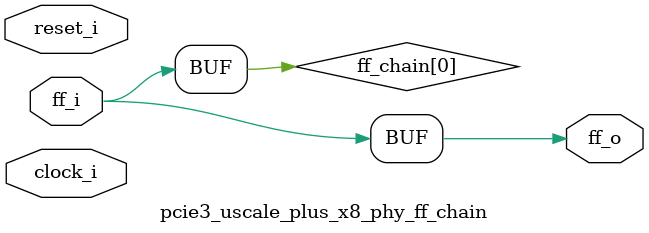
<source format=v>
/*****************************************************************************
** Description:
**    Flop Chain
**
******************************************************************************/

`timescale 1ps/1ps

`define AS_PHYREG(clk, reset, q, d, rstval)  \
   always @(posedge clk or posedge reset) begin \
      if (reset) \
         q  <= #(TCQ)   rstval;  \
      else  \
         q  <= #(TCQ)   d; \
   end

`define PHYREG(clk, reset, q, d, rstval)  \
   always @(posedge clk) begin \
      if (reset) \
         q  <= #(TCQ)   rstval;  \
      else  \
         q  <= #(TCQ)   d; \
   end

(* DowngradeIPIdentifiedWarnings = "yes" *)
module pcie3_uscale_plus_x8_phy_ff_chain #(
   // Parameters
   parameter integer PIPELINE_STAGES   = 0,        // 0 = no pipeline; 1 = 1 stage; 2 = 2 stages; 3 = 3 stages
   parameter         ASYNC             = "FALSE",
   parameter integer FF_WIDTH          = 1,
   parameter integer RST_VAL           = 0,
   parameter integer TCQ               = 1
)  (   
   input  wire                         clock_i,          
   input  wire                         reset_i,           
   input  wire [FF_WIDTH-1:0]          ff_i,            
   output wire [FF_WIDTH-1:0]          ff_o        
   );

   genvar   var_i;

   reg   [FF_WIDTH-1:0]          ff_chain [PIPELINE_STAGES:0];

   always @(*) ff_chain[0] = ff_i;

generate
   if (PIPELINE_STAGES > 0) begin:  with_ff_chain
      for (var_i = 0; var_i < PIPELINE_STAGES; var_i = var_i + 1) begin: ff_chain_gen
         if (ASYNC == "TRUE") begin: async_rst
            `AS_PHYREG(clock_i, reset_i, ff_chain[var_i+1], ff_chain[var_i], RST_VAL)
         end else begin: sync_rst
            `PHYREG(clock_i, reset_i, ff_chain[var_i+1], ff_chain[var_i], RST_VAL)
         end
      end
   end
endgenerate

   assign ff_o = ff_chain[PIPELINE_STAGES];

endmodule

</source>
